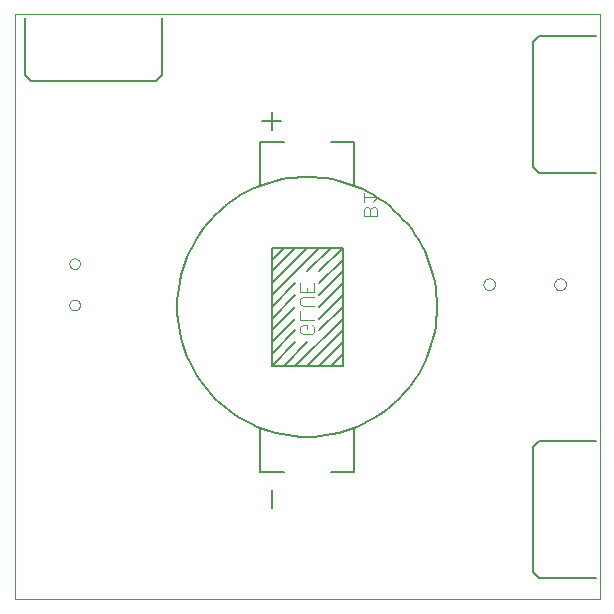
<source format=gbo>
G75*
G70*
%OFA0B0*%
%FSLAX24Y24*%
%IPPOS*%
%LPD*%
%AMOC8*
5,1,8,0,0,1.08239X$1,22.5*
%
%ADD10C,0.0000*%
%ADD11C,0.0060*%
%ADD12C,0.0050*%
%ADD13C,0.0040*%
%ADD14C,0.0080*%
D10*
X000675Y000300D02*
X000675Y019800D01*
X020175Y019800D01*
X020175Y000300D01*
X000675Y000300D01*
X002498Y010111D02*
X002500Y010137D01*
X002506Y010163D01*
X002516Y010188D01*
X002529Y010211D01*
X002545Y010231D01*
X002565Y010249D01*
X002587Y010264D01*
X002610Y010276D01*
X002636Y010284D01*
X002662Y010288D01*
X002688Y010288D01*
X002714Y010284D01*
X002740Y010276D01*
X002764Y010264D01*
X002785Y010249D01*
X002805Y010231D01*
X002821Y010211D01*
X002834Y010188D01*
X002844Y010163D01*
X002850Y010137D01*
X002852Y010111D01*
X002850Y010085D01*
X002844Y010059D01*
X002834Y010034D01*
X002821Y010011D01*
X002805Y009991D01*
X002785Y009973D01*
X002763Y009958D01*
X002740Y009946D01*
X002714Y009938D01*
X002688Y009934D01*
X002662Y009934D01*
X002636Y009938D01*
X002610Y009946D01*
X002586Y009958D01*
X002565Y009973D01*
X002545Y009991D01*
X002529Y010011D01*
X002516Y010034D01*
X002506Y010059D01*
X002500Y010085D01*
X002498Y010111D01*
X002498Y011489D02*
X002500Y011515D01*
X002506Y011541D01*
X002516Y011566D01*
X002529Y011589D01*
X002545Y011609D01*
X002565Y011627D01*
X002587Y011642D01*
X002610Y011654D01*
X002636Y011662D01*
X002662Y011666D01*
X002688Y011666D01*
X002714Y011662D01*
X002740Y011654D01*
X002764Y011642D01*
X002785Y011627D01*
X002805Y011609D01*
X002821Y011589D01*
X002834Y011566D01*
X002844Y011541D01*
X002850Y011515D01*
X002852Y011489D01*
X002850Y011463D01*
X002844Y011437D01*
X002834Y011412D01*
X002821Y011389D01*
X002805Y011369D01*
X002785Y011351D01*
X002763Y011336D01*
X002740Y011324D01*
X002714Y011316D01*
X002688Y011312D01*
X002662Y011312D01*
X002636Y011316D01*
X002610Y011324D01*
X002586Y011336D01*
X002565Y011351D01*
X002545Y011369D01*
X002529Y011389D01*
X002516Y011412D01*
X002506Y011437D01*
X002500Y011463D01*
X002498Y011489D01*
X000800Y019800D02*
X005800Y019800D01*
X016297Y010800D02*
X016299Y010827D01*
X016305Y010854D01*
X016314Y010880D01*
X016327Y010904D01*
X016343Y010927D01*
X016362Y010946D01*
X016384Y010963D01*
X016408Y010977D01*
X016433Y010987D01*
X016460Y010994D01*
X016487Y010997D01*
X016515Y010996D01*
X016542Y010991D01*
X016568Y010983D01*
X016592Y010971D01*
X016615Y010955D01*
X016636Y010937D01*
X016653Y010916D01*
X016668Y010892D01*
X016679Y010867D01*
X016687Y010841D01*
X016691Y010814D01*
X016691Y010786D01*
X016687Y010759D01*
X016679Y010733D01*
X016668Y010708D01*
X016653Y010684D01*
X016636Y010663D01*
X016615Y010645D01*
X016593Y010629D01*
X016568Y010617D01*
X016542Y010609D01*
X016515Y010604D01*
X016487Y010603D01*
X016460Y010606D01*
X016433Y010613D01*
X016408Y010623D01*
X016384Y010637D01*
X016362Y010654D01*
X016343Y010673D01*
X016327Y010696D01*
X016314Y010720D01*
X016305Y010746D01*
X016299Y010773D01*
X016297Y010800D01*
X018659Y010800D02*
X018661Y010827D01*
X018667Y010854D01*
X018676Y010880D01*
X018689Y010904D01*
X018705Y010927D01*
X018724Y010946D01*
X018746Y010963D01*
X018770Y010977D01*
X018795Y010987D01*
X018822Y010994D01*
X018849Y010997D01*
X018877Y010996D01*
X018904Y010991D01*
X018930Y010983D01*
X018954Y010971D01*
X018977Y010955D01*
X018998Y010937D01*
X019015Y010916D01*
X019030Y010892D01*
X019041Y010867D01*
X019049Y010841D01*
X019053Y010814D01*
X019053Y010786D01*
X019049Y010759D01*
X019041Y010733D01*
X019030Y010708D01*
X019015Y010684D01*
X018998Y010663D01*
X018977Y010645D01*
X018955Y010629D01*
X018930Y010617D01*
X018904Y010609D01*
X018877Y010604D01*
X018849Y010603D01*
X018822Y010606D01*
X018795Y010613D01*
X018770Y010623D01*
X018746Y010637D01*
X018724Y010654D01*
X018705Y010673D01*
X018689Y010696D01*
X018676Y010720D01*
X018667Y010746D01*
X018661Y010773D01*
X018659Y010800D01*
X020175Y014300D02*
X020175Y019300D01*
X020175Y005800D02*
X020175Y000800D01*
D11*
X020057Y001017D02*
X018167Y001017D01*
X017970Y001213D01*
X017970Y005387D01*
X018167Y005583D01*
X020057Y005583D01*
X020057Y014517D02*
X018167Y014517D01*
X017970Y014713D01*
X017970Y018887D01*
X018167Y019083D01*
X020057Y019083D01*
X005583Y019682D02*
X005583Y017792D01*
X005387Y017595D01*
X001213Y017595D01*
X001017Y017792D01*
X001017Y019682D01*
D12*
X008850Y015562D02*
X008850Y014105D01*
X008850Y015562D02*
X009638Y015562D01*
X011212Y015562D02*
X012000Y015562D01*
X012000Y014105D01*
X011606Y012019D02*
X011212Y012019D01*
X010425Y011231D01*
X010819Y011231D02*
X011606Y012019D01*
X011606Y011625D01*
X010819Y010837D01*
X010819Y010444D02*
X011606Y011231D01*
X011606Y011625D01*
X011606Y011231D02*
X011606Y010837D01*
X010819Y010050D01*
X010819Y009656D02*
X011606Y010444D01*
X011606Y010837D01*
X011606Y010444D02*
X011606Y010050D01*
X010819Y009263D01*
X010425Y008869D02*
X009638Y008081D01*
X010031Y008081D01*
X011606Y009656D01*
X011606Y010050D01*
X011606Y009656D02*
X011606Y009263D01*
X010425Y008081D01*
X010819Y008081D01*
X011606Y008869D01*
X011606Y009263D01*
X011606Y008869D02*
X011606Y008475D01*
X011212Y008081D01*
X011606Y008081D01*
X011606Y008475D01*
X011212Y008081D02*
X010819Y008081D01*
X010425Y008081D02*
X010031Y008081D01*
X009638Y008081D02*
X009244Y008081D01*
X010031Y008869D01*
X010031Y009263D02*
X009244Y008475D01*
X009244Y008081D01*
X009244Y008475D02*
X009244Y008869D01*
X010031Y009656D01*
X010031Y010050D02*
X009244Y009263D01*
X009244Y008869D01*
X009244Y009263D02*
X009244Y009656D01*
X010031Y010444D01*
X010031Y010837D02*
X009244Y010050D01*
X009244Y009656D01*
X009244Y010050D02*
X009244Y010444D01*
X010819Y012019D01*
X010425Y012019D01*
X009244Y010837D01*
X009244Y010444D01*
X009244Y010837D02*
X009244Y011231D01*
X010031Y012019D01*
X009638Y012019D01*
X009244Y011625D01*
X009244Y011231D01*
X009244Y011625D02*
X009244Y012019D01*
X009638Y012019D01*
X010031Y012019D02*
X010425Y012019D01*
X010819Y012019D02*
X011212Y012019D01*
X006094Y010050D02*
X006099Y010263D01*
X006115Y010475D01*
X006141Y010685D01*
X006177Y010895D01*
X006224Y011102D01*
X006280Y011307D01*
X006347Y011509D01*
X006424Y011707D01*
X006510Y011902D01*
X006605Y012092D01*
X006710Y012277D01*
X006824Y012456D01*
X006946Y012630D01*
X007077Y012798D01*
X007216Y012959D01*
X007363Y013112D01*
X007516Y013259D01*
X007677Y013398D01*
X007845Y013529D01*
X008019Y013651D01*
X008198Y013765D01*
X008383Y013870D01*
X008573Y013965D01*
X008768Y014051D01*
X008966Y014128D01*
X009168Y014195D01*
X009373Y014251D01*
X009580Y014298D01*
X009790Y014334D01*
X010000Y014360D01*
X010212Y014376D01*
X010425Y014381D01*
X010638Y014376D01*
X010850Y014360D01*
X011060Y014334D01*
X011270Y014298D01*
X011477Y014251D01*
X011682Y014195D01*
X011884Y014128D01*
X012082Y014051D01*
X012277Y013965D01*
X012467Y013870D01*
X012652Y013765D01*
X012831Y013651D01*
X013005Y013529D01*
X013173Y013398D01*
X013334Y013259D01*
X013487Y013112D01*
X013634Y012959D01*
X013773Y012798D01*
X013904Y012630D01*
X014026Y012456D01*
X014140Y012277D01*
X014245Y012092D01*
X014340Y011902D01*
X014426Y011707D01*
X014503Y011509D01*
X014570Y011307D01*
X014626Y011102D01*
X014673Y010895D01*
X014709Y010685D01*
X014735Y010475D01*
X014751Y010263D01*
X014756Y010050D01*
X014751Y009837D01*
X014735Y009625D01*
X014709Y009415D01*
X014673Y009205D01*
X014626Y008998D01*
X014570Y008793D01*
X014503Y008591D01*
X014426Y008393D01*
X014340Y008198D01*
X014245Y008008D01*
X014140Y007823D01*
X014026Y007644D01*
X013904Y007470D01*
X013773Y007302D01*
X013634Y007141D01*
X013487Y006988D01*
X013334Y006841D01*
X013173Y006702D01*
X013005Y006571D01*
X012831Y006449D01*
X012652Y006335D01*
X012467Y006230D01*
X012277Y006135D01*
X012082Y006049D01*
X011884Y005972D01*
X011682Y005905D01*
X011477Y005849D01*
X011270Y005802D01*
X011060Y005766D01*
X010850Y005740D01*
X010638Y005724D01*
X010425Y005719D01*
X010212Y005724D01*
X010000Y005740D01*
X009790Y005766D01*
X009580Y005802D01*
X009373Y005849D01*
X009168Y005905D01*
X008966Y005972D01*
X008768Y006049D01*
X008573Y006135D01*
X008383Y006230D01*
X008198Y006335D01*
X008019Y006449D01*
X007845Y006571D01*
X007677Y006702D01*
X007516Y006841D01*
X007363Y006988D01*
X007216Y007141D01*
X007077Y007302D01*
X006946Y007470D01*
X006824Y007644D01*
X006710Y007823D01*
X006605Y008008D01*
X006510Y008198D01*
X006424Y008393D01*
X006347Y008591D01*
X006280Y008793D01*
X006224Y008998D01*
X006177Y009205D01*
X006141Y009415D01*
X006115Y009625D01*
X006099Y009837D01*
X006094Y010050D01*
X008850Y005995D02*
X008850Y004538D01*
X009638Y004538D01*
X011212Y004538D02*
X012000Y004538D01*
X012000Y005995D01*
D13*
X010579Y009149D02*
X010272Y009149D01*
X010195Y009226D01*
X010195Y009379D01*
X010272Y009456D01*
X010425Y009456D01*
X010425Y009303D01*
X010579Y009456D02*
X010655Y009379D01*
X010655Y009226D01*
X010579Y009149D01*
X010655Y009610D02*
X010195Y009610D01*
X010195Y009917D01*
X010272Y010070D02*
X010195Y010147D01*
X010195Y010300D01*
X010272Y010377D01*
X010655Y010377D01*
X010655Y010530D02*
X010195Y010530D01*
X010195Y010837D01*
X010425Y010684D02*
X010425Y010530D01*
X010655Y010530D02*
X010655Y010837D01*
X010655Y010070D02*
X010272Y010070D01*
X012307Y013086D02*
X012307Y013316D01*
X012384Y013393D01*
X012461Y013393D01*
X012537Y013316D01*
X012537Y013086D01*
X012307Y013086D02*
X012768Y013086D01*
X012768Y013316D01*
X012691Y013393D01*
X012614Y013393D01*
X012537Y013316D01*
X012614Y013547D02*
X012768Y013700D01*
X012307Y013700D01*
X012307Y013547D02*
X012307Y013854D01*
D14*
X009551Y016236D02*
X008937Y016236D01*
X009244Y015929D02*
X009244Y016543D01*
X009244Y003944D02*
X009244Y003330D01*
M02*

</source>
